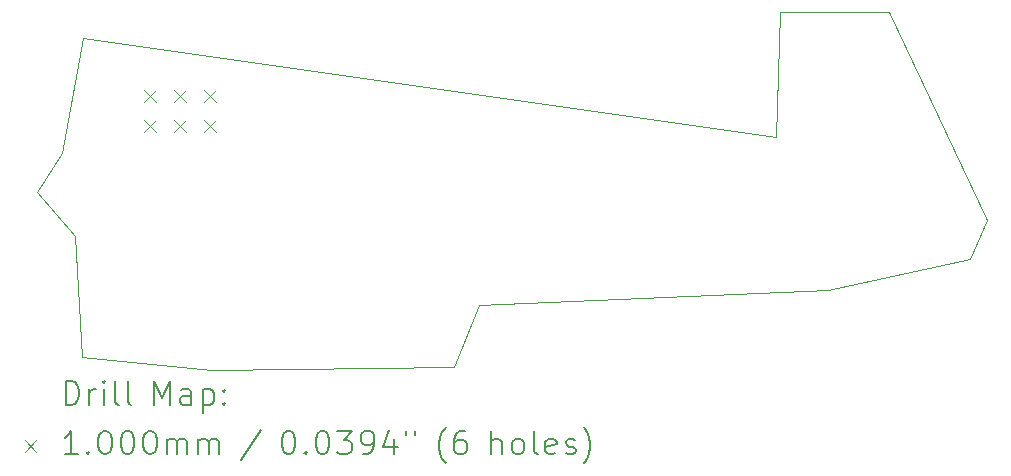
<source format=gbr>
%TF.GenerationSoftware,KiCad,Pcbnew,(6.99.0-2452-gdb4f2d9dd8)*%
%TF.CreationDate,2022-07-19T11:49:09+04:00*%
%TF.ProjectId,Mooney,4d6f6f6e-6579-42e6-9b69-6361645f7063,rev?*%
%TF.SameCoordinates,Original*%
%TF.FileFunction,Drillmap*%
%TF.FilePolarity,Positive*%
%FSLAX45Y45*%
G04 Gerber Fmt 4.5, Leading zero omitted, Abs format (unit mm)*
G04 Created by KiCad (PCBNEW (6.99.0-2452-gdb4f2d9dd8)) date 2022-07-19 11:49:09*
%MOMM*%
%LPD*%
G01*
G04 APERTURE LIST*
%ADD10C,0.100000*%
%ADD11C,0.200000*%
G04 APERTURE END LIST*
D10*
X13980000Y-4750000D02*
X13840000Y-5080000D01*
X12640000Y-5350000D01*
X9680000Y-5470000D01*
X9470000Y-6000000D01*
X7420000Y-6020000D01*
X6320000Y-5910000D01*
X6260000Y-4890000D01*
X5940000Y-4520000D01*
X6150000Y-4190000D01*
X6330000Y-3210000D01*
X12200000Y-4050000D01*
X12230000Y-2990000D01*
X13150000Y-2990000D01*
X13980000Y-4750000D01*
D11*
D10*
X6847500Y-3652500D02*
X6947500Y-3752500D01*
X6947500Y-3652500D02*
X6847500Y-3752500D01*
X6847500Y-3906500D02*
X6947500Y-4006500D01*
X6947500Y-3906500D02*
X6847500Y-4006500D01*
X7101500Y-3652500D02*
X7201500Y-3752500D01*
X7201500Y-3652500D02*
X7101500Y-3752500D01*
X7101500Y-3906500D02*
X7201500Y-4006500D01*
X7201500Y-3906500D02*
X7101500Y-4006500D01*
X7355500Y-3652500D02*
X7455500Y-3752500D01*
X7455500Y-3652500D02*
X7355500Y-3752500D01*
X7355500Y-3906500D02*
X7455500Y-4006500D01*
X7455500Y-3906500D02*
X7355500Y-4006500D01*
D11*
X6182619Y-6318476D02*
X6182619Y-6118476D01*
X6182619Y-6118476D02*
X6230238Y-6118476D01*
X6230238Y-6118476D02*
X6258809Y-6128000D01*
X6258809Y-6128000D02*
X6277857Y-6147048D01*
X6277857Y-6147048D02*
X6287381Y-6166095D01*
X6287381Y-6166095D02*
X6296905Y-6204190D01*
X6296905Y-6204190D02*
X6296905Y-6232762D01*
X6296905Y-6232762D02*
X6287381Y-6270857D01*
X6287381Y-6270857D02*
X6277857Y-6289905D01*
X6277857Y-6289905D02*
X6258809Y-6308952D01*
X6258809Y-6308952D02*
X6230238Y-6318476D01*
X6230238Y-6318476D02*
X6182619Y-6318476D01*
X6382619Y-6318476D02*
X6382619Y-6185143D01*
X6382619Y-6223238D02*
X6392143Y-6204190D01*
X6392143Y-6204190D02*
X6401667Y-6194667D01*
X6401667Y-6194667D02*
X6420714Y-6185143D01*
X6420714Y-6185143D02*
X6439762Y-6185143D01*
X6506428Y-6318476D02*
X6506428Y-6185143D01*
X6506428Y-6118476D02*
X6496905Y-6128000D01*
X6496905Y-6128000D02*
X6506428Y-6137524D01*
X6506428Y-6137524D02*
X6515952Y-6128000D01*
X6515952Y-6128000D02*
X6506428Y-6118476D01*
X6506428Y-6118476D02*
X6506428Y-6137524D01*
X6630238Y-6318476D02*
X6611190Y-6308952D01*
X6611190Y-6308952D02*
X6601667Y-6289905D01*
X6601667Y-6289905D02*
X6601667Y-6118476D01*
X6735000Y-6318476D02*
X6715952Y-6308952D01*
X6715952Y-6308952D02*
X6706428Y-6289905D01*
X6706428Y-6289905D02*
X6706428Y-6118476D01*
X6931190Y-6318476D02*
X6931190Y-6118476D01*
X6931190Y-6118476D02*
X6997857Y-6261333D01*
X6997857Y-6261333D02*
X7064524Y-6118476D01*
X7064524Y-6118476D02*
X7064524Y-6318476D01*
X7245476Y-6318476D02*
X7245476Y-6213714D01*
X7245476Y-6213714D02*
X7235952Y-6194667D01*
X7235952Y-6194667D02*
X7216905Y-6185143D01*
X7216905Y-6185143D02*
X7178809Y-6185143D01*
X7178809Y-6185143D02*
X7159762Y-6194667D01*
X7245476Y-6308952D02*
X7226428Y-6318476D01*
X7226428Y-6318476D02*
X7178809Y-6318476D01*
X7178809Y-6318476D02*
X7159762Y-6308952D01*
X7159762Y-6308952D02*
X7150238Y-6289905D01*
X7150238Y-6289905D02*
X7150238Y-6270857D01*
X7150238Y-6270857D02*
X7159762Y-6251809D01*
X7159762Y-6251809D02*
X7178809Y-6242286D01*
X7178809Y-6242286D02*
X7226428Y-6242286D01*
X7226428Y-6242286D02*
X7245476Y-6232762D01*
X7340714Y-6185143D02*
X7340714Y-6385143D01*
X7340714Y-6194667D02*
X7359762Y-6185143D01*
X7359762Y-6185143D02*
X7397857Y-6185143D01*
X7397857Y-6185143D02*
X7416905Y-6194667D01*
X7416905Y-6194667D02*
X7426428Y-6204190D01*
X7426428Y-6204190D02*
X7435952Y-6223238D01*
X7435952Y-6223238D02*
X7435952Y-6280381D01*
X7435952Y-6280381D02*
X7426428Y-6299428D01*
X7426428Y-6299428D02*
X7416905Y-6308952D01*
X7416905Y-6308952D02*
X7397857Y-6318476D01*
X7397857Y-6318476D02*
X7359762Y-6318476D01*
X7359762Y-6318476D02*
X7340714Y-6308952D01*
X7521667Y-6299428D02*
X7531190Y-6308952D01*
X7531190Y-6308952D02*
X7521667Y-6318476D01*
X7521667Y-6318476D02*
X7512143Y-6308952D01*
X7512143Y-6308952D02*
X7521667Y-6299428D01*
X7521667Y-6299428D02*
X7521667Y-6318476D01*
X7521667Y-6194667D02*
X7531190Y-6204190D01*
X7531190Y-6204190D02*
X7521667Y-6213714D01*
X7521667Y-6213714D02*
X7512143Y-6204190D01*
X7512143Y-6204190D02*
X7521667Y-6194667D01*
X7521667Y-6194667D02*
X7521667Y-6213714D01*
D10*
X5835000Y-6615000D02*
X5935000Y-6715000D01*
X5935000Y-6615000D02*
X5835000Y-6715000D01*
D11*
X6287381Y-6738476D02*
X6173095Y-6738476D01*
X6230238Y-6738476D02*
X6230238Y-6538476D01*
X6230238Y-6538476D02*
X6211190Y-6567048D01*
X6211190Y-6567048D02*
X6192143Y-6586095D01*
X6192143Y-6586095D02*
X6173095Y-6595619D01*
X6373095Y-6719428D02*
X6382619Y-6728952D01*
X6382619Y-6728952D02*
X6373095Y-6738476D01*
X6373095Y-6738476D02*
X6363571Y-6728952D01*
X6363571Y-6728952D02*
X6373095Y-6719428D01*
X6373095Y-6719428D02*
X6373095Y-6738476D01*
X6506428Y-6538476D02*
X6525476Y-6538476D01*
X6525476Y-6538476D02*
X6544524Y-6548000D01*
X6544524Y-6548000D02*
X6554048Y-6557524D01*
X6554048Y-6557524D02*
X6563571Y-6576571D01*
X6563571Y-6576571D02*
X6573095Y-6614667D01*
X6573095Y-6614667D02*
X6573095Y-6662286D01*
X6573095Y-6662286D02*
X6563571Y-6700381D01*
X6563571Y-6700381D02*
X6554048Y-6719428D01*
X6554048Y-6719428D02*
X6544524Y-6728952D01*
X6544524Y-6728952D02*
X6525476Y-6738476D01*
X6525476Y-6738476D02*
X6506428Y-6738476D01*
X6506428Y-6738476D02*
X6487381Y-6728952D01*
X6487381Y-6728952D02*
X6477857Y-6719428D01*
X6477857Y-6719428D02*
X6468333Y-6700381D01*
X6468333Y-6700381D02*
X6458809Y-6662286D01*
X6458809Y-6662286D02*
X6458809Y-6614667D01*
X6458809Y-6614667D02*
X6468333Y-6576571D01*
X6468333Y-6576571D02*
X6477857Y-6557524D01*
X6477857Y-6557524D02*
X6487381Y-6548000D01*
X6487381Y-6548000D02*
X6506428Y-6538476D01*
X6696905Y-6538476D02*
X6715952Y-6538476D01*
X6715952Y-6538476D02*
X6735000Y-6548000D01*
X6735000Y-6548000D02*
X6744524Y-6557524D01*
X6744524Y-6557524D02*
X6754048Y-6576571D01*
X6754048Y-6576571D02*
X6763571Y-6614667D01*
X6763571Y-6614667D02*
X6763571Y-6662286D01*
X6763571Y-6662286D02*
X6754048Y-6700381D01*
X6754048Y-6700381D02*
X6744524Y-6719428D01*
X6744524Y-6719428D02*
X6735000Y-6728952D01*
X6735000Y-6728952D02*
X6715952Y-6738476D01*
X6715952Y-6738476D02*
X6696905Y-6738476D01*
X6696905Y-6738476D02*
X6677857Y-6728952D01*
X6677857Y-6728952D02*
X6668333Y-6719428D01*
X6668333Y-6719428D02*
X6658809Y-6700381D01*
X6658809Y-6700381D02*
X6649286Y-6662286D01*
X6649286Y-6662286D02*
X6649286Y-6614667D01*
X6649286Y-6614667D02*
X6658809Y-6576571D01*
X6658809Y-6576571D02*
X6668333Y-6557524D01*
X6668333Y-6557524D02*
X6677857Y-6548000D01*
X6677857Y-6548000D02*
X6696905Y-6538476D01*
X6887381Y-6538476D02*
X6906429Y-6538476D01*
X6906429Y-6538476D02*
X6925476Y-6548000D01*
X6925476Y-6548000D02*
X6935000Y-6557524D01*
X6935000Y-6557524D02*
X6944524Y-6576571D01*
X6944524Y-6576571D02*
X6954048Y-6614667D01*
X6954048Y-6614667D02*
X6954048Y-6662286D01*
X6954048Y-6662286D02*
X6944524Y-6700381D01*
X6944524Y-6700381D02*
X6935000Y-6719428D01*
X6935000Y-6719428D02*
X6925476Y-6728952D01*
X6925476Y-6728952D02*
X6906429Y-6738476D01*
X6906429Y-6738476D02*
X6887381Y-6738476D01*
X6887381Y-6738476D02*
X6868333Y-6728952D01*
X6868333Y-6728952D02*
X6858809Y-6719428D01*
X6858809Y-6719428D02*
X6849286Y-6700381D01*
X6849286Y-6700381D02*
X6839762Y-6662286D01*
X6839762Y-6662286D02*
X6839762Y-6614667D01*
X6839762Y-6614667D02*
X6849286Y-6576571D01*
X6849286Y-6576571D02*
X6858809Y-6557524D01*
X6858809Y-6557524D02*
X6868333Y-6548000D01*
X6868333Y-6548000D02*
X6887381Y-6538476D01*
X7039762Y-6738476D02*
X7039762Y-6605143D01*
X7039762Y-6624190D02*
X7049286Y-6614667D01*
X7049286Y-6614667D02*
X7068333Y-6605143D01*
X7068333Y-6605143D02*
X7096905Y-6605143D01*
X7096905Y-6605143D02*
X7115952Y-6614667D01*
X7115952Y-6614667D02*
X7125476Y-6633714D01*
X7125476Y-6633714D02*
X7125476Y-6738476D01*
X7125476Y-6633714D02*
X7135000Y-6614667D01*
X7135000Y-6614667D02*
X7154048Y-6605143D01*
X7154048Y-6605143D02*
X7182619Y-6605143D01*
X7182619Y-6605143D02*
X7201667Y-6614667D01*
X7201667Y-6614667D02*
X7211190Y-6633714D01*
X7211190Y-6633714D02*
X7211190Y-6738476D01*
X7306429Y-6738476D02*
X7306429Y-6605143D01*
X7306429Y-6624190D02*
X7315952Y-6614667D01*
X7315952Y-6614667D02*
X7335000Y-6605143D01*
X7335000Y-6605143D02*
X7363571Y-6605143D01*
X7363571Y-6605143D02*
X7382619Y-6614667D01*
X7382619Y-6614667D02*
X7392143Y-6633714D01*
X7392143Y-6633714D02*
X7392143Y-6738476D01*
X7392143Y-6633714D02*
X7401667Y-6614667D01*
X7401667Y-6614667D02*
X7420714Y-6605143D01*
X7420714Y-6605143D02*
X7449286Y-6605143D01*
X7449286Y-6605143D02*
X7468333Y-6614667D01*
X7468333Y-6614667D02*
X7477857Y-6633714D01*
X7477857Y-6633714D02*
X7477857Y-6738476D01*
X7835952Y-6528952D02*
X7664524Y-6786095D01*
X8060714Y-6538476D02*
X8079762Y-6538476D01*
X8079762Y-6538476D02*
X8098810Y-6548000D01*
X8098810Y-6548000D02*
X8108333Y-6557524D01*
X8108333Y-6557524D02*
X8117857Y-6576571D01*
X8117857Y-6576571D02*
X8127381Y-6614667D01*
X8127381Y-6614667D02*
X8127381Y-6662286D01*
X8127381Y-6662286D02*
X8117857Y-6700381D01*
X8117857Y-6700381D02*
X8108333Y-6719428D01*
X8108333Y-6719428D02*
X8098810Y-6728952D01*
X8098810Y-6728952D02*
X8079762Y-6738476D01*
X8079762Y-6738476D02*
X8060714Y-6738476D01*
X8060714Y-6738476D02*
X8041667Y-6728952D01*
X8041667Y-6728952D02*
X8032143Y-6719428D01*
X8032143Y-6719428D02*
X8022619Y-6700381D01*
X8022619Y-6700381D02*
X8013095Y-6662286D01*
X8013095Y-6662286D02*
X8013095Y-6614667D01*
X8013095Y-6614667D02*
X8022619Y-6576571D01*
X8022619Y-6576571D02*
X8032143Y-6557524D01*
X8032143Y-6557524D02*
X8041667Y-6548000D01*
X8041667Y-6548000D02*
X8060714Y-6538476D01*
X8213095Y-6719428D02*
X8222619Y-6728952D01*
X8222619Y-6728952D02*
X8213095Y-6738476D01*
X8213095Y-6738476D02*
X8203571Y-6728952D01*
X8203571Y-6728952D02*
X8213095Y-6719428D01*
X8213095Y-6719428D02*
X8213095Y-6738476D01*
X8346429Y-6538476D02*
X8365476Y-6538476D01*
X8365476Y-6538476D02*
X8384524Y-6548000D01*
X8384524Y-6548000D02*
X8394048Y-6557524D01*
X8394048Y-6557524D02*
X8403572Y-6576571D01*
X8403572Y-6576571D02*
X8413095Y-6614667D01*
X8413095Y-6614667D02*
X8413095Y-6662286D01*
X8413095Y-6662286D02*
X8403572Y-6700381D01*
X8403572Y-6700381D02*
X8394048Y-6719428D01*
X8394048Y-6719428D02*
X8384524Y-6728952D01*
X8384524Y-6728952D02*
X8365476Y-6738476D01*
X8365476Y-6738476D02*
X8346429Y-6738476D01*
X8346429Y-6738476D02*
X8327381Y-6728952D01*
X8327381Y-6728952D02*
X8317857Y-6719428D01*
X8317857Y-6719428D02*
X8308333Y-6700381D01*
X8308333Y-6700381D02*
X8298810Y-6662286D01*
X8298810Y-6662286D02*
X8298810Y-6614667D01*
X8298810Y-6614667D02*
X8308333Y-6576571D01*
X8308333Y-6576571D02*
X8317857Y-6557524D01*
X8317857Y-6557524D02*
X8327381Y-6548000D01*
X8327381Y-6548000D02*
X8346429Y-6538476D01*
X8479762Y-6538476D02*
X8603572Y-6538476D01*
X8603572Y-6538476D02*
X8536905Y-6614667D01*
X8536905Y-6614667D02*
X8565476Y-6614667D01*
X8565476Y-6614667D02*
X8584524Y-6624190D01*
X8584524Y-6624190D02*
X8594048Y-6633714D01*
X8594048Y-6633714D02*
X8603572Y-6652762D01*
X8603572Y-6652762D02*
X8603572Y-6700381D01*
X8603572Y-6700381D02*
X8594048Y-6719428D01*
X8594048Y-6719428D02*
X8584524Y-6728952D01*
X8584524Y-6728952D02*
X8565476Y-6738476D01*
X8565476Y-6738476D02*
X8508333Y-6738476D01*
X8508333Y-6738476D02*
X8489286Y-6728952D01*
X8489286Y-6728952D02*
X8479762Y-6719428D01*
X8698810Y-6738476D02*
X8736905Y-6738476D01*
X8736905Y-6738476D02*
X8755953Y-6728952D01*
X8755953Y-6728952D02*
X8765476Y-6719428D01*
X8765476Y-6719428D02*
X8784524Y-6690857D01*
X8784524Y-6690857D02*
X8794048Y-6652762D01*
X8794048Y-6652762D02*
X8794048Y-6576571D01*
X8794048Y-6576571D02*
X8784524Y-6557524D01*
X8784524Y-6557524D02*
X8775000Y-6548000D01*
X8775000Y-6548000D02*
X8755953Y-6538476D01*
X8755953Y-6538476D02*
X8717857Y-6538476D01*
X8717857Y-6538476D02*
X8698810Y-6548000D01*
X8698810Y-6548000D02*
X8689286Y-6557524D01*
X8689286Y-6557524D02*
X8679762Y-6576571D01*
X8679762Y-6576571D02*
X8679762Y-6624190D01*
X8679762Y-6624190D02*
X8689286Y-6643238D01*
X8689286Y-6643238D02*
X8698810Y-6652762D01*
X8698810Y-6652762D02*
X8717857Y-6662286D01*
X8717857Y-6662286D02*
X8755953Y-6662286D01*
X8755953Y-6662286D02*
X8775000Y-6652762D01*
X8775000Y-6652762D02*
X8784524Y-6643238D01*
X8784524Y-6643238D02*
X8794048Y-6624190D01*
X8965476Y-6605143D02*
X8965476Y-6738476D01*
X8917857Y-6528952D02*
X8870238Y-6671809D01*
X8870238Y-6671809D02*
X8994048Y-6671809D01*
X9060714Y-6538476D02*
X9060714Y-6576571D01*
X9136905Y-6538476D02*
X9136905Y-6576571D01*
X9399762Y-6814667D02*
X9390238Y-6805143D01*
X9390238Y-6805143D02*
X9371191Y-6776571D01*
X9371191Y-6776571D02*
X9361667Y-6757524D01*
X9361667Y-6757524D02*
X9352143Y-6728952D01*
X9352143Y-6728952D02*
X9342619Y-6681333D01*
X9342619Y-6681333D02*
X9342619Y-6643238D01*
X9342619Y-6643238D02*
X9352143Y-6595619D01*
X9352143Y-6595619D02*
X9361667Y-6567048D01*
X9361667Y-6567048D02*
X9371191Y-6548000D01*
X9371191Y-6548000D02*
X9390238Y-6519428D01*
X9390238Y-6519428D02*
X9399762Y-6509905D01*
X9561667Y-6538476D02*
X9523572Y-6538476D01*
X9523572Y-6538476D02*
X9504524Y-6548000D01*
X9504524Y-6548000D02*
X9495000Y-6557524D01*
X9495000Y-6557524D02*
X9475953Y-6586095D01*
X9475953Y-6586095D02*
X9466429Y-6624190D01*
X9466429Y-6624190D02*
X9466429Y-6700381D01*
X9466429Y-6700381D02*
X9475953Y-6719428D01*
X9475953Y-6719428D02*
X9485476Y-6728952D01*
X9485476Y-6728952D02*
X9504524Y-6738476D01*
X9504524Y-6738476D02*
X9542619Y-6738476D01*
X9542619Y-6738476D02*
X9561667Y-6728952D01*
X9561667Y-6728952D02*
X9571191Y-6719428D01*
X9571191Y-6719428D02*
X9580714Y-6700381D01*
X9580714Y-6700381D02*
X9580714Y-6652762D01*
X9580714Y-6652762D02*
X9571191Y-6633714D01*
X9571191Y-6633714D02*
X9561667Y-6624190D01*
X9561667Y-6624190D02*
X9542619Y-6614667D01*
X9542619Y-6614667D02*
X9504524Y-6614667D01*
X9504524Y-6614667D02*
X9485476Y-6624190D01*
X9485476Y-6624190D02*
X9475953Y-6633714D01*
X9475953Y-6633714D02*
X9466429Y-6652762D01*
X9786429Y-6738476D02*
X9786429Y-6538476D01*
X9872143Y-6738476D02*
X9872143Y-6633714D01*
X9872143Y-6633714D02*
X9862619Y-6614667D01*
X9862619Y-6614667D02*
X9843572Y-6605143D01*
X9843572Y-6605143D02*
X9815000Y-6605143D01*
X9815000Y-6605143D02*
X9795953Y-6614667D01*
X9795953Y-6614667D02*
X9786429Y-6624190D01*
X9995953Y-6738476D02*
X9976905Y-6728952D01*
X9976905Y-6728952D02*
X9967381Y-6719428D01*
X9967381Y-6719428D02*
X9957857Y-6700381D01*
X9957857Y-6700381D02*
X9957857Y-6643238D01*
X9957857Y-6643238D02*
X9967381Y-6624190D01*
X9967381Y-6624190D02*
X9976905Y-6614667D01*
X9976905Y-6614667D02*
X9995953Y-6605143D01*
X9995953Y-6605143D02*
X10024524Y-6605143D01*
X10024524Y-6605143D02*
X10043572Y-6614667D01*
X10043572Y-6614667D02*
X10053095Y-6624190D01*
X10053095Y-6624190D02*
X10062619Y-6643238D01*
X10062619Y-6643238D02*
X10062619Y-6700381D01*
X10062619Y-6700381D02*
X10053095Y-6719428D01*
X10053095Y-6719428D02*
X10043572Y-6728952D01*
X10043572Y-6728952D02*
X10024524Y-6738476D01*
X10024524Y-6738476D02*
X9995953Y-6738476D01*
X10176905Y-6738476D02*
X10157857Y-6728952D01*
X10157857Y-6728952D02*
X10148334Y-6709905D01*
X10148334Y-6709905D02*
X10148334Y-6538476D01*
X10329286Y-6728952D02*
X10310238Y-6738476D01*
X10310238Y-6738476D02*
X10272143Y-6738476D01*
X10272143Y-6738476D02*
X10253095Y-6728952D01*
X10253095Y-6728952D02*
X10243572Y-6709905D01*
X10243572Y-6709905D02*
X10243572Y-6633714D01*
X10243572Y-6633714D02*
X10253095Y-6614667D01*
X10253095Y-6614667D02*
X10272143Y-6605143D01*
X10272143Y-6605143D02*
X10310238Y-6605143D01*
X10310238Y-6605143D02*
X10329286Y-6614667D01*
X10329286Y-6614667D02*
X10338810Y-6633714D01*
X10338810Y-6633714D02*
X10338810Y-6652762D01*
X10338810Y-6652762D02*
X10243572Y-6671809D01*
X10415000Y-6728952D02*
X10434048Y-6738476D01*
X10434048Y-6738476D02*
X10472143Y-6738476D01*
X10472143Y-6738476D02*
X10491191Y-6728952D01*
X10491191Y-6728952D02*
X10500715Y-6709905D01*
X10500715Y-6709905D02*
X10500715Y-6700381D01*
X10500715Y-6700381D02*
X10491191Y-6681333D01*
X10491191Y-6681333D02*
X10472143Y-6671809D01*
X10472143Y-6671809D02*
X10443572Y-6671809D01*
X10443572Y-6671809D02*
X10424524Y-6662286D01*
X10424524Y-6662286D02*
X10415000Y-6643238D01*
X10415000Y-6643238D02*
X10415000Y-6633714D01*
X10415000Y-6633714D02*
X10424524Y-6614667D01*
X10424524Y-6614667D02*
X10443572Y-6605143D01*
X10443572Y-6605143D02*
X10472143Y-6605143D01*
X10472143Y-6605143D02*
X10491191Y-6614667D01*
X10567381Y-6814667D02*
X10576905Y-6805143D01*
X10576905Y-6805143D02*
X10595953Y-6776571D01*
X10595953Y-6776571D02*
X10605476Y-6757524D01*
X10605476Y-6757524D02*
X10615000Y-6728952D01*
X10615000Y-6728952D02*
X10624524Y-6681333D01*
X10624524Y-6681333D02*
X10624524Y-6643238D01*
X10624524Y-6643238D02*
X10615000Y-6595619D01*
X10615000Y-6595619D02*
X10605476Y-6567048D01*
X10605476Y-6567048D02*
X10595953Y-6548000D01*
X10595953Y-6548000D02*
X10576905Y-6519428D01*
X10576905Y-6519428D02*
X10567381Y-6509905D01*
M02*

</source>
